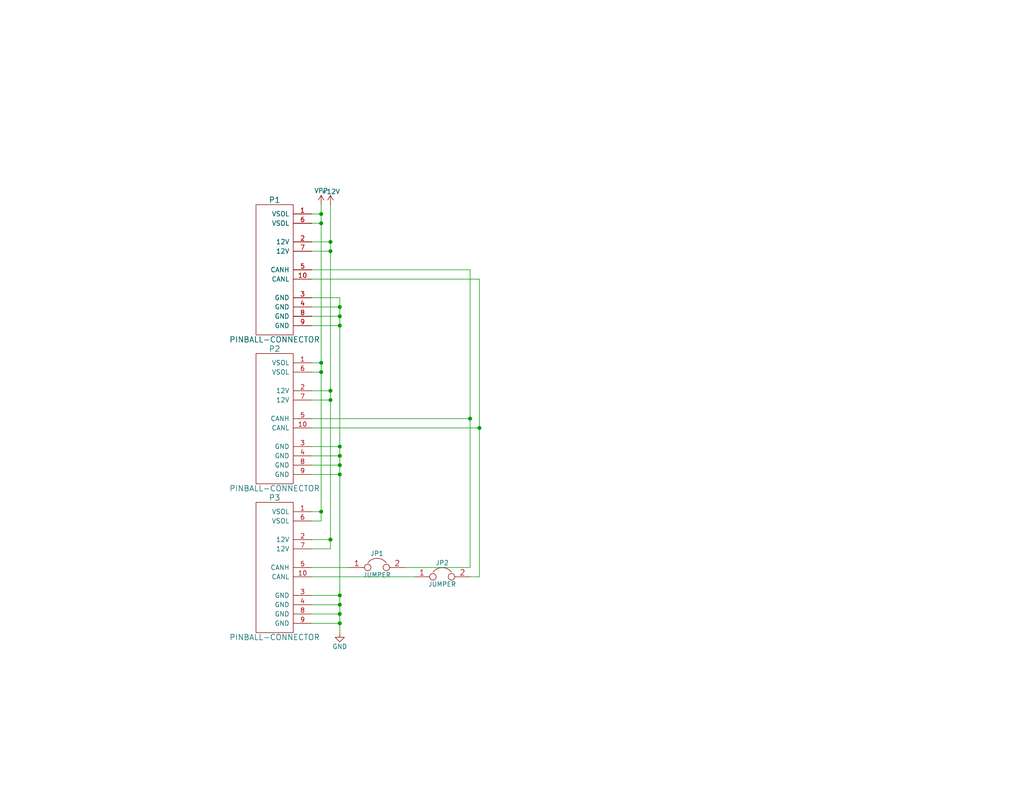
<source format=kicad_sch>
(kicad_sch (version 20230121) (generator eeschema)
  (paper "USLetter")
  (lib_symbols
    (symbol "diypinball-parts:PINBALL-CONNECTOR" (pin_names (offset 1.016))
      (property "Reference" "P" (at 0 19.05 0))
      (property "Value" "PINBALL-CONNECTOR" (at 0 -19.05 0))
      (symbol "PINBALL-CONNECTOR_0_1"
        (rectangle (start 5.08 17.78) (end -5.08 -17.78))
      )
      (symbol "PINBALL-CONNECTOR_1_1"
        (pin power_in line (at 10.16 15.24 180) (length 5.08) (name "VSOL") (number "1"))
        (pin bidirectional line (at 10.16 -2.54 180) (length 5.08) (name "CANL") (number "10"))
        (pin power_in line (at 10.16 7.62 180) (length 5.08) (name "12V") (number "2"))
        (pin power_in line (at 10.16 -7.62 180) (length 5.08) (name "GND") (number "3"))
        (pin power_in line (at 10.16 -10.16 180) (length 5.08) (name "GND") (number "4"))
        (pin bidirectional line (at 10.16 0 180) (length 5.08) (name "CANH") (number "5"))
        (pin power_in line (at 10.16 12.7 180) (length 5.08) (name "VSOL") (number "6"))
        (pin power_in line (at 10.16 5.08 180) (length 5.08) (name "12V") (number "7"))
        (pin power_in line (at 10.16 -12.7 180) (length 5.08) (name "GND") (number "8"))
        (pin power_in line (at 10.16 -15.24 180) (length 5.08) (name "GND") (number "9"))
      )
    )
    (symbol "power-breakout-pcb-v1-rescue:+12V" (power) (pin_names (offset 0))
      (property "Value" "+12V" (at 0 3.556 0))
      (symbol "+12V_0_1"
        (polyline (pts (xy -0.762 1.27) (xy 0 2.54)))
        (polyline (pts (xy 0 0) (xy 0 2.54)))
        (polyline (pts (xy 0 2.54) (xy 0.762 1.27)))
      )
      (symbol "+12V_1_1"
        (pin power_in line (at 0 0 90) (length 0) hide (name "+12V") (number "1"))
      )
    )
    (symbol "power-breakout-pcb-v1-rescue:GND" (power) (pin_names (offset 0))
      (property "Value" "GND" (at 0 -3.81 0))
      (symbol "GND_0_1"
        (polyline (pts (xy 0 0) (xy 0 -1.27) (xy 1.27 -1.27) (xy 0 -2.54) (xy -1.27 -1.27) (xy 0 -1.27)))
      )
      (symbol "GND_1_1"
        (pin power_in line (at 0 0 270) (length 0) hide (name "GND") (number "1"))
      )
    )
    (symbol "power-breakout-pcb-v1-rescue:JUMPER" (pin_names (offset 0.762) hide)
      (property "Reference" "JP" (at 0 3.81 0))
      (property "Value" "JUMPER" (at 0 -2.032 0))
      (symbol "JUMPER_0_1"
        (circle (center -2.54 0) (radius 0.889))
        (arc (start 2.5146 1.27) (mid 0.0078 2.5097) (end -2.4892 1.27))
        (circle (center 2.54 0) (radius 0.889))
        (pin passive line (at -7.62 0 0) (length 4.191) (name "1") (number "1"))
        (pin passive line (at 7.62 0 180) (length 4.191) (name "2") (number "2"))
      )
    )
    (symbol "power-breakout-pcb-v1-rescue:VPP" (power) (pin_names (offset 0))
      (property "Value" "VPP" (at 0 3.81 0))
      (symbol "VPP_0_1"
        (polyline (pts (xy -0.762 1.27) (xy 0 2.54)))
        (polyline (pts (xy 0 0) (xy 0 2.54)))
        (polyline (pts (xy 0 2.54) (xy 0.762 1.27)))
      )
      (symbol "VPP_1_1"
        (pin power_in line (at 0 0 90) (length 0) hide (name "VPP") (number "1"))
      )
    )
  )
  (junction (at 92.71 88.9))
  (junction (at 90.17 68.58))
  (junction (at 92.71 124.46))
  (junction (at 87.63 101.6))
  (junction (at 92.71 162.56))
  (junction (at 128.27 114.3))
  (junction (at 87.63 60.96))
  (junction (at 87.63 99.06))
  (junction (at 92.71 86.36))
  (junction (at 92.71 129.54))
  (junction (at 92.71 83.82))
  (junction (at 90.17 66.04))
  (junction (at 92.71 167.64))
  (junction (at 90.17 109.22))
  (junction (at 92.71 127))
  (junction (at 92.71 170.18))
  (junction (at 90.17 147.32))
  (junction (at 90.17 106.68))
  (junction (at 87.63 58.42))
  (junction (at 130.81 116.84))
  (junction (at 87.63 139.7))
  (junction (at 92.71 121.92))
  (junction (at 92.71 165.1))
  (wire (pts (xy 92.71 124.46) (xy 92.71 127)))
  (wire (pts (xy 85.09 66.04) (xy 90.17 66.04)))
  (wire (pts (xy 87.63 60.96) (xy 87.63 99.06)))
  (wire (pts (xy 85.09 76.2) (xy 130.81 76.2)))
  (wire (pts (xy 85.09 154.94) (xy 95.25 154.94)))
  (wire (pts (xy 92.71 167.64) (xy 92.71 170.18)))
  (wire (pts (xy 85.09 139.7) (xy 87.63 139.7)))
  (wire (pts (xy 85.09 106.68) (xy 90.17 106.68)))
  (wire (pts (xy 90.17 68.58) (xy 90.17 106.68)))
  (wire (pts (xy 85.09 162.56) (xy 92.71 162.56)))
  (wire (pts (xy 87.63 142.24) (xy 85.09 142.24)))
  (wire (pts (xy 85.09 101.6) (xy 87.63 101.6)))
  (wire (pts (xy 87.63 99.06) (xy 85.09 99.06)))
  (wire (pts (xy 128.27 114.3) (xy 128.27 154.94)))
  (wire (pts (xy 87.63 55.88) (xy 87.63 58.42)))
  (wire (pts (xy 90.17 149.86) (xy 85.09 149.86)))
  (wire (pts (xy 87.63 139.7) (xy 87.63 142.24)))
  (wire (pts (xy 113.03 157.48) (xy 85.09 157.48)))
  (wire (pts (xy 85.09 127) (xy 92.71 127)))
  (wire (pts (xy 92.71 88.9) (xy 92.71 121.92)))
  (wire (pts (xy 130.81 116.84) (xy 85.09 116.84)))
  (wire (pts (xy 92.71 170.18) (xy 92.71 172.72)))
  (wire (pts (xy 92.71 129.54) (xy 92.71 162.56)))
  (wire (pts (xy 85.09 88.9) (xy 92.71 88.9)))
  (wire (pts (xy 92.71 162.56) (xy 92.71 165.1)))
  (wire (pts (xy 85.09 124.46) (xy 92.71 124.46)))
  (wire (pts (xy 85.09 129.54) (xy 92.71 129.54)))
  (wire (pts (xy 85.09 83.82) (xy 92.71 83.82)))
  (wire (pts (xy 128.27 114.3) (xy 85.09 114.3)))
  (wire (pts (xy 92.71 165.1) (xy 92.71 167.64)))
  (wire (pts (xy 128.27 154.94) (xy 110.49 154.94)))
  (wire (pts (xy 85.09 73.66) (xy 128.27 73.66)))
  (wire (pts (xy 92.71 86.36) (xy 92.71 88.9)))
  (wire (pts (xy 90.17 66.04) (xy 90.17 68.58)))
  (wire (pts (xy 85.09 60.96) (xy 87.63 60.96)))
  (wire (pts (xy 92.71 81.28) (xy 92.71 83.82)))
  (wire (pts (xy 85.09 109.22) (xy 90.17 109.22)))
  (wire (pts (xy 87.63 99.06) (xy 87.63 101.6)))
  (wire (pts (xy 90.17 55.88) (xy 90.17 66.04)))
  (wire (pts (xy 92.71 127) (xy 92.71 129.54)))
  (wire (pts (xy 87.63 101.6) (xy 87.63 139.7)))
  (wire (pts (xy 85.09 86.36) (xy 92.71 86.36)))
  (wire (pts (xy 87.63 58.42) (xy 85.09 58.42)))
  (wire (pts (xy 92.71 121.92) (xy 92.71 124.46)))
  (wire (pts (xy 85.09 81.28) (xy 92.71 81.28)))
  (wire (pts (xy 130.81 157.48) (xy 128.27 157.48)))
  (wire (pts (xy 87.63 58.42) (xy 87.63 60.96)))
  (wire (pts (xy 90.17 106.68) (xy 90.17 109.22)))
  (wire (pts (xy 85.09 167.64) (xy 92.71 167.64)))
  (wire (pts (xy 128.27 73.66) (xy 128.27 114.3)))
  (wire (pts (xy 130.81 76.2) (xy 130.81 116.84)))
  (wire (pts (xy 90.17 147.32) (xy 90.17 149.86)))
  (wire (pts (xy 90.17 109.22) (xy 90.17 147.32)))
  (wire (pts (xy 92.71 170.18) (xy 85.09 170.18)))
  (wire (pts (xy 85.09 68.58) (xy 90.17 68.58)))
  (wire (pts (xy 85.09 165.1) (xy 92.71 165.1)))
  (wire (pts (xy 130.81 116.84) (xy 130.81 157.48)))
  (wire (pts (xy 85.09 121.92) (xy 92.71 121.92)))
  (wire (pts (xy 85.09 147.32) (xy 90.17 147.32)))
  (wire (pts (xy 92.71 83.82) (xy 92.71 86.36)))
  (symbol (lib_id "diypinball-parts:PINBALL-CONNECTOR") (at 74.93 73.66 0) (unit 1)
    (property "Reference" "P1" (at 74.93 54.61 0) (effects (font (size 1.524 1.524))))
    (property "Value" "PINBALL-CONNECTOR" (at 74.93 92.71 0) (effects (font (size 1.524 1.524))))
    (property "Footprint" "Pinball:PINBALL-CONNECTOR-V" (effects hide))
  )
  (symbol (lib_id "diypinball-parts:PINBALL-CONNECTOR") (at 74.93 114.3 0) (unit 1)
    (property "Reference" "P2" (at 74.93 95.25 0) (effects (font (size 1.524 1.524))))
    (property "Value" "PINBALL-CONNECTOR" (at 74.93 133.35 0) (effects (font (size 1.524 1.524))))
    (property "Footprint" "Pinball:PINBALL-CONNECTOR-V" (effects hide))
  )
  (symbol (lib_id "diypinball-parts:PINBALL-CONNECTOR") (at 74.93 154.94 0) (unit 1)
    (property "Reference" "P3" (at 74.93 135.89 0) (effects (font (size 1.524 1.524))))
    (property "Value" "PINBALL-CONNECTOR" (at 74.93 173.99 0) (effects (font (size 1.524 1.524))))
    (property "Footprint" "Pinball:PINBALL-CONNECTOR-V" (effects hide))
  )
  (symbol (lib_id "power-breakout-pcb-v1-rescue:JUMPER") (at 102.87 154.94 0) (unit 1)
    (property "Reference" "JP1" (at 102.87 151.13 0))
    (property "Value" "JUMPER" (at 102.87 156.972 0))
    (property "Footprint" "open-projects:S_JUMPER_2" (effects hide))
  )
  (symbol (lib_id "power-breakout-pcb-v1-rescue:JUMPER") (at 120.65 157.48 0) (unit 1)
    (property "Reference" "JP2" (at 120.65 153.67 0))
    (property "Value" "JUMPER" (at 120.65 159.512 0))
    (property "Footprint" "open-projects:S_JUMPER_2" (effects hide))
  )
  (symbol (lib_id "power-breakout-pcb-v1-rescue:GND") (at 92.71 172.72 0) (unit 1)
    (property "Reference" "#PWR01" (effects hide))
    (property "Value" "GND" (at 92.71 176.53 0))
  )
  (symbol (lib_id "power-breakout-pcb-v1-rescue:+12V") (at 90.17 55.88 0) (unit 1)
    (property "Reference" "#PWR02" (effects hide))
    (property "Value" "+12V" (at 90.17 52.324 0))
  )
  (symbol (lib_id "power-breakout-pcb-v1-rescue:VPP") (at 87.63 55.88 0) (unit 1)
    (property "Reference" "#PWR03" (effects hide))
    (property "Value" "VPP" (at 87.63 52.07 0))
  )
)
</source>
